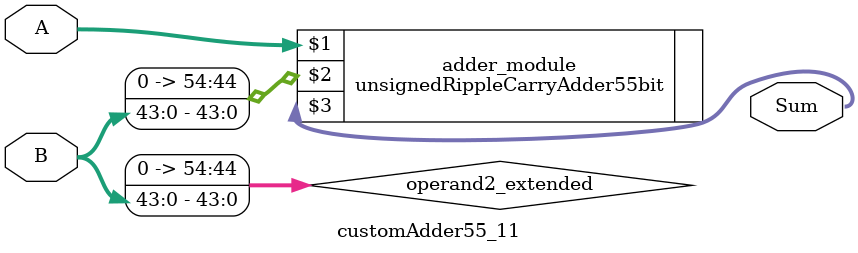
<source format=v>
module customAdder55_11(
                        input [54 : 0] A,
                        input [43 : 0] B,
                        
                        output [55 : 0] Sum
                );

        wire [54 : 0] operand2_extended;
        
        assign operand2_extended =  {11'b0, B};
        
        unsignedRippleCarryAdder55bit adder_module(
            A,
            operand2_extended,
            Sum
        );
        
        endmodule
        
</source>
